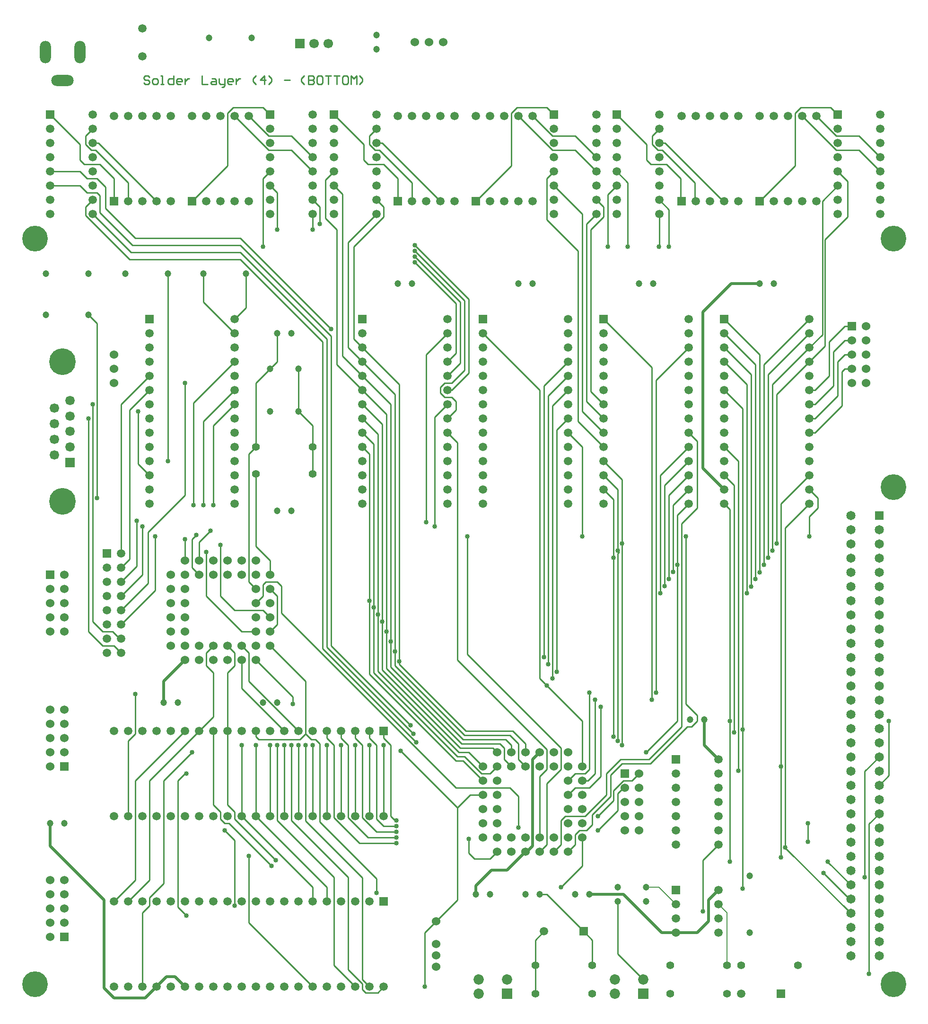
<source format=gbr>
From a29b4fd588d6f3136bfef0d5dc1ee40ead328b15 Mon Sep 17 00:00:00 2001
From: Nao Pross <naopross@thearcway.org>
Date: Tue, 23 May 2017 11:51:48 +0200
Subject: board complete, generate gerber (x2) files

this is probably the last commit before printing the PCB, unless there are some
other errors in the board design
---
 .../GerberX2/MainBoard_Copper_Signal_Bot.gbr       | 3128 ++++++++++++++++++++
 1 file changed, 3128 insertions(+)
 create mode 100644 hw/Project Outputs for z80uPC/GerberX2/MainBoard_Copper_Signal_Bot.gbr

(limited to 'hw/Project Outputs for z80uPC/GerberX2/MainBoard_Copper_Signal_Bot.gbr')

diff --git a/hw/Project Outputs for z80uPC/GerberX2/MainBoard_Copper_Signal_Bot.gbr b/hw/Project Outputs for z80uPC/GerberX2/MainBoard_Copper_Signal_Bot.gbr
new file mode 100644
index 0000000..f757133
--- /dev/null
+++ b/hw/Project Outputs for z80uPC/GerberX2/MainBoard_Copper_Signal_Bot.gbr	
@@ -0,0 +1,3128 @@
+G04 Layer_Physical_Order=4*
+G04 Layer_Color=16711680*
+%FSLAX26Y26*%
+%MOIN*%
+%TF.FileFunction,Copper,L4,Bot,Signal*%
+%TF.Part,Single*%
+G01*
+G75*
+%TA.AperFunction,Conductor*%
+%ADD10C,0.010000*%
+%ADD11C,0.007874*%
+%ADD12C,0.020000*%
+%TA.AperFunction,NonConductor*%
+%ADD14C,0.010000*%
+%TA.AperFunction,ComponentPad*%
+%ADD15O,0.078740X0.157480*%
+%ADD16O,0.157480X0.078740*%
+%ADD17C,0.187402*%
+%ADD18R,0.066535X0.066535*%
+%ADD19C,0.066535*%
+%ADD20C,0.055118*%
+%ADD21R,0.059055X0.059055*%
+%ADD22C,0.059055*%
+%ADD23C,0.047244*%
+%ADD24C,0.072835*%
+%ADD25R,0.072835X0.072835*%
+%ADD26R,0.059055X0.059055*%
+%ADD27C,0.059055*%
+%ADD28C,0.060000*%
+%ADD29R,0.060000X0.060000*%
+%ADD30R,0.059055X0.059055*%
+%ADD31R,0.059055X0.059055*%
+%ADD32C,0.064961*%
+%ADD33C,0.181102*%
+%ADD34R,0.064961X0.064961*%
+%ADD35R,0.066929X0.066929*%
+%ADD36C,0.066929*%
+%TA.AperFunction,ViaPad*%
+%ADD37C,0.181102*%
+%ADD38C,0.033465*%
+D10*
+X3850000Y900000D02*
+X4000000Y1050000D01*
+Y1250000D01*
+X1550000Y770000D02*
+Y1230000D01*
+X1480000Y1300000D02*
+X1550000Y1230000D01*
+X950000Y827614D02*
+X1050000Y927614D01*
+X950000Y770000D02*
+Y827614D01*
+X900000Y720000D02*
+X950000Y770000D01*
+X900000Y200000D02*
+Y720000D01*
+X3800000Y1150000D02*
+X3850000Y1200000D01*
+X3700000Y1150000D02*
+X3750000Y1200000D01*
+X3180000Y2000000D02*
+X3510000D01*
+X2710000Y2470000D02*
+X3180000Y2000000D01*
+X2710000Y2470000D02*
+Y2490000D01*
+X3170000Y1970000D02*
+X3490000D01*
+X2680000Y2460000D02*
+X3170000Y1970000D01*
+X2680000Y2460000D02*
+Y2560000D01*
+X3160000Y1940000D02*
+X3460000D01*
+X2650000Y2450000D02*
+X3160000Y1940000D01*
+X2650000Y2450000D02*
+Y2630000D01*
+X3140000Y1880000D02*
+X3370000D01*
+X2590000Y2430000D02*
+X3140000Y1880000D01*
+X2590000Y2430000D02*
+Y2770000D01*
+X3150000Y1910000D02*
+X3420000D01*
+X2620000Y2440000D02*
+X3150000Y1910000D01*
+X2620000Y2440000D02*
+Y2700000D01*
+X3510000Y2000000D02*
+X3600000Y1910000D01*
+X3200000Y1140000D02*
+Y1240000D01*
+Y1140000D02*
+X3240000Y1100000D01*
+X2680000Y1370000D02*
+X2690000D01*
+X2650000Y1400000D02*
+X2680000Y1370000D01*
+X2650000Y1400000D02*
+Y1900000D01*
+X2600000Y1330000D02*
+X2690000D01*
+X2550000Y1380000D02*
+X2600000Y1330000D01*
+X2450000Y1390000D02*
+X2550000Y1290000D01*
+X2690000D01*
+X2350000Y1390000D02*
+X2490000Y1250000D01*
+X2690000D01*
+X2250000Y1390000D02*
+X2430000Y1210000D01*
+X2690000D01*
+X3240000Y1100000D02*
+X3350000D01*
+X3400000Y1150000D01*
+X2550000Y1380000D02*
+Y1900000D01*
+X2250000Y1390000D02*
+Y1900000D01*
+X2350000Y1390000D02*
+Y1900000D01*
+X2450000Y1390000D02*
+Y1900000D01*
+X2200000Y1950000D02*
+X2250000Y1900000D01*
+X2200000Y1950000D02*
+Y2000000D01*
+X2300000Y1950000D02*
+X2350000Y1900000D01*
+X2300000Y1950000D02*
+Y2000000D01*
+X2400000Y1950000D02*
+X2450000Y1900000D01*
+X2400000Y1950000D02*
+Y2000000D01*
+X2500000Y1950000D02*
+X2550000Y1900000D01*
+X2500000Y1950000D02*
+Y2000000D01*
+X2600000Y1950000D02*
+X2650000Y1900000D01*
+X2600000Y1950000D02*
+Y2000000D01*
+X1510000Y1350000D02*
+X1810000Y1050000D01*
+X1550000Y1380000D02*
+X1840000Y1090000D01*
+X1600000Y1400000D02*
+X2100000Y900000D01*
+Y800000D02*
+Y900000D01*
+X2890000Y200000D02*
+Y580000D01*
+X2970000Y660000D01*
+X3120000Y810000D01*
+X1650000Y650000D02*
+Y1120000D01*
+Y650000D02*
+X2100000Y200000D01*
+X5430000Y1179055D02*
+Y3430000D01*
+X5600000Y3600000D01*
+X5400000D02*
+X5600000Y3800000D01*
+X5850000Y4550000D02*
+X5900000D01*
+X5830000Y4530000D02*
+X5850000Y4550000D01*
+X5830000Y4290000D02*
+Y4530000D01*
+X5850000Y4650000D02*
+X5900000D01*
+X5800000Y4600000D02*
+X5850000Y4650000D01*
+X5800000Y4360000D02*
+Y4600000D01*
+X5850000Y4750000D02*
+X5900000D01*
+X5770000Y4670000D02*
+X5850000Y4750000D01*
+X5770000Y4430000D02*
+Y4670000D01*
+X5850000Y4850000D02*
+X5900000D01*
+X5740000Y4740000D02*
+X5850000Y4850000D01*
+X5740000Y4500000D02*
+Y4740000D01*
+X5640000Y4100000D02*
+X5830000Y4290000D01*
+X5600000Y4100000D02*
+X5640000D01*
+Y4200000D02*
+X5800000Y4360000D01*
+X5600000Y4200000D02*
+X5640000D01*
+Y4300000D02*
+X5770000Y4430000D01*
+X5600000Y4300000D02*
+X5640000D01*
+Y4400000D02*
+X5740000Y4500000D01*
+X5600000Y4400000D02*
+X5640000D01*
+X5370000Y3320000D02*
+Y4370000D01*
+X5600000Y4600000D01*
+X5340000Y3270000D02*
+Y4440000D01*
+X5600000Y4700000D01*
+X5310000Y3220000D02*
+Y4510000D01*
+X5600000Y4800000D01*
+X5280000Y3170000D02*
+Y4580000D01*
+X5600000Y4900000D01*
+X5250000Y3120000D02*
+Y4650000D01*
+X5000000Y4900000D02*
+X5250000Y4650000D01*
+X5220000Y3070000D02*
+Y4580000D01*
+X5000000Y4800000D02*
+X5220000Y4580000D01*
+X5190000Y3020000D02*
+Y4510000D01*
+X5000000Y4700000D02*
+X5190000Y4510000D01*
+X5160000Y2970000D02*
+Y4440000D01*
+X5000000Y4600000D02*
+X5160000Y4440000D01*
+X5000000Y4400000D02*
+X5130000Y4270000D01*
+X5000000Y4000000D02*
+X5100000Y3900000D01*
+X4670000Y2070000D02*
+Y3170000D01*
+X4450000Y1850000D02*
+X4670000Y2070000D01*
+X4150000Y4900000D02*
+X4490000Y4560000D01*
+Y2220000D02*
+Y4560000D01*
+X4520000Y2270000D02*
+Y4470000D01*
+X4750000Y4700000D01*
+X4220000Y1510000D02*
+Y1580000D01*
+X4110000Y1400000D02*
+X4220000Y1510000D01*
+X4250000Y1560000D02*
+X4290000Y1600000D01*
+X4250000Y1440000D02*
+Y1560000D01*
+X4110000Y1300000D02*
+X4250000Y1440000D01*
+X4290000Y1650000D02*
+X4350000D01*
+X4220000Y1580000D02*
+X4290000Y1650000D01*
+Y1600000D02*
+X4300000D01*
+X4350000Y1650000D02*
+X4400000Y1700000D01*
+X4640000Y3590000D02*
+X4750000Y3700000D01*
+X4640000Y3120000D02*
+Y3590000D01*
+X4670000Y3520000D02*
+X4750000Y3600000D01*
+X4670000Y3170000D02*
+Y3520000D01*
+X4550000Y3800000D02*
+X4750000Y4000000D01*
+X4550000Y2970000D02*
+Y3800000D01*
+X4580000Y3020000D02*
+Y3730000D01*
+X4750000Y3900000D01*
+X4610000Y3070000D02*
+Y3660000D01*
+X4750000Y3800000D01*
+X4280000Y3320000D02*
+Y3770000D01*
+X4150000Y3900000D02*
+X4280000Y3770000D01*
+X4150000Y3800000D02*
+X4250000Y3700000D01*
+Y3270000D02*
+Y3700000D01*
+X4220000Y3220000D02*
+Y3630000D01*
+X4150000Y3700000D02*
+X4220000Y3630000D01*
+X1480000Y1350000D02*
+X1510000D01*
+X1450000Y1380000D02*
+X1480000Y1350000D01*
+X1450000Y1380000D02*
+Y1430000D01*
+X1400000Y1480000D02*
+X1450000Y1430000D01*
+X1400000Y1480000D02*
+Y2000000D01*
+X2550000Y860000D02*
+Y960000D01*
+X2150000Y1360000D02*
+X2550000Y960000D01*
+X2150000Y1360000D02*
+Y1910000D01*
+X2120000Y1940000D02*
+X2150000Y1910000D01*
+X2090000Y1940000D02*
+X2120000D01*
+X2050000Y1980000D02*
+X2090000Y1940000D01*
+X2559567Y159567D02*
+X2600000Y200000D01*
+X2470433Y159567D02*
+X2559567D01*
+X2450000Y180000D02*
+X2470433Y159567D01*
+X2450000Y180000D02*
+Y220000D01*
+X2350000Y320000D02*
+X2450000Y220000D01*
+X2350000Y320000D02*
+Y970000D01*
+X2450000Y250000D02*
+X2500000Y200000D01*
+X2450000Y250000D02*
+Y969134D01*
+X2050000Y1369134D02*
+X2450000Y969134D01*
+X2050000Y1369134D02*
+Y1900000D01*
+X1950000Y1370000D02*
+X2350000Y970000D01*
+X1950000Y1370000D02*
+Y1900000D01*
+X2250000Y350000D02*
+X2400000Y200000D01*
+X2250000Y350000D02*
+Y970000D01*
+X1850000Y1370000D02*
+X2250000Y970000D01*
+X1850000Y1370000D02*
+Y1900000D01*
+X800000Y800000D02*
+X950000Y950000D01*
+Y1650000D01*
+X1300000Y2000000D01*
+X850000Y1650000D02*
+X1200000Y2000000D01*
+X850000Y950000D02*
+Y1650000D01*
+X700000Y800000D02*
+X850000Y950000D01*
+X4850000Y1090000D02*
+X4960000Y1200000D01*
+X4850000Y730000D02*
+Y1090000D01*
+X4250000Y430000D02*
+X4430000Y250000D01*
+X4250000Y430000D02*
+Y800000D01*
+X3749764Y850000D02*
+X4009764Y590000D01*
+X3700000Y850000D02*
+X3749764D01*
+X4070000Y350000D02*
+Y529764D01*
+X4009764Y590000D02*
+X4070000Y529764D01*
+X3670000Y150000D02*
+Y350000D01*
+Y529764D02*
+X3730236Y590000D01*
+X3670000Y350000D02*
+Y529764D01*
+X1800000Y3100000D02*
+Y3200000D01*
+X1700000Y3300000D02*
+X1800000Y3200000D01*
+X1700000Y3300000D02*
+Y3810000D01*
+X2100000D02*
+Y4000000D01*
+X1800000Y4550000D02*
+X1850000Y4600000D01*
+Y4800000D01*
+X1700000Y4450000D02*
+X1800000Y4550000D01*
+X1700000Y4000000D02*
+Y4450000D01*
+X2100000Y4000000D02*
+Y4150000D01*
+X2000000Y4250000D02*
+X2100000Y4150000D01*
+X1080000Y3900000D02*
+Y5220000D01*
+X1550000Y4900000D02*
+X1630000Y4980000D01*
+Y5220000D01*
+X1330000Y5020000D02*
+X1550000Y4800000D01*
+X1330000Y5020000D02*
+Y5220000D01*
+X580000Y3640000D02*
+Y4870000D01*
+X520000Y4930000D02*
+X580000Y4870000D01*
+X2960000Y4210000D02*
+X3050000Y4300000D01*
+X2960000Y3440000D02*
+Y4210000D01*
+X2900000Y4650000D02*
+X3050000Y4800000D01*
+X2900000Y3470000D02*
+Y4650000D01*
+X3600000Y1150000D02*
+X3610000D01*
+X1720000Y1940000D02*
+X2010000D01*
+X1700000Y1960000D02*
+X1720000Y1940000D01*
+X1700000Y1960000D02*
+Y2000000D01*
+X1800000Y2600000D02*
+X2050000Y2350000D01*
+Y1980000D02*
+Y2350000D01*
+X2010000Y1940000D02*
+X2050000Y1980000D01*
+X1700000Y2500000D02*
+X1960000Y2240000D01*
+Y2192500D02*
+Y2240000D01*
+X1650000Y2350000D02*
+X2000000Y2000000D01*
+X1650000Y2350000D02*
+Y2550000D01*
+X1600000Y2600000D02*
+X1650000Y2550000D01*
+X1600000Y2300000D02*
+Y2500000D01*
+Y2300000D02*
+X1900000Y2000000D01*
+X1350000Y2460000D02*
+Y2550000D01*
+Y2460000D02*
+X1400000Y2410000D01*
+Y2100000D02*
+Y2410000D01*
+X1300000Y2000000D02*
+X1400000Y2100000D01*
+X1500000Y2000000D02*
+Y2410000D01*
+X1550000Y2460000D01*
+Y2550000D01*
+X1500000Y2600000D02*
+X1550000Y2550000D01*
+X1350000D02*
+X1400000Y2600000D01*
+X2200000Y800000D02*
+Y900000D01*
+X1700000Y1400000D02*
+X2200000Y900000D01*
+X1600000Y1400000D02*
+Y1900000D01*
+X1700000Y1400000D02*
+Y1900000D01*
+X1800000Y1400000D02*
+Y1900000D01*
+X1900000Y1400000D02*
+Y1900000D01*
+X2000000Y1400000D02*
+Y1900000D01*
+X2100000Y1400000D02*
+Y1900000D01*
+X2200000Y1400000D02*
+Y1900000D01*
+X2300000Y1400000D02*
+Y1900000D01*
+X2400000Y1400000D02*
+Y1900000D01*
+X2500000Y1400000D02*
+Y1900000D01*
+X2600000Y1400000D02*
+Y1900000D01*
+X3700000Y2370000D02*
+Y4400000D01*
+X3300000Y4800000D02*
+X3700000Y4400000D01*
+X3730000Y2520000D02*
+Y4430000D01*
+X3900000Y4600000D01*
+X3760000Y2470000D02*
+Y4360000D01*
+X3900000Y4500000D01*
+X3110000Y1790000D02*
+X3160000D01*
+X3300000Y1650000D01*
+X2530000Y2410000D02*
+X3120000Y1820000D01*
+X3170000D01*
+X3290000Y1700000D01*
+X3350000D01*
+X3400000Y1750000D01*
+X3200000Y1850000D02*
+X3300000Y1750000D01*
+X3130000Y1850000D02*
+X3200000D01*
+X2560000Y2420000D02*
+X3130000Y1850000D01*
+X3370000Y1880000D02*
+X3400000Y1850000D01*
+X3490000Y1970000D02*
+X3550000Y1910000D01*
+X3460000Y1940000D02*
+X3500000Y1900000D01*
+X3600000Y1850000D02*
+Y1910000D01*
+X3550000Y1800000D02*
+X3600000Y1750000D01*
+X3550000Y1800000D02*
+Y1910000D01*
+X3500000Y1850000D02*
+Y1900000D01*
+X3450000Y1800000D02*
+X3500000Y1750000D01*
+X3450000Y1800000D02*
+Y1880000D01*
+X3420000Y1910000D02*
+X3450000Y1880000D01*
+X2560000Y2420000D02*
+Y2820000D01*
+X2530000Y2410000D02*
+Y2870000D01*
+X2500000Y2400000D02*
+Y2918504D01*
+X2680000Y2560000D02*
+Y4370000D01*
+X2650000Y2630000D02*
+Y4300000D01*
+X2710000Y2490000D02*
+Y4440000D01*
+X2450000Y4700000D02*
+X2710000Y4440000D01*
+X2450000Y4600000D02*
+X2680000Y4370000D01*
+X2450000Y4500000D02*
+X2650000Y4300000D01*
+X2620000Y2700000D02*
+Y4230000D01*
+X2450000Y4400000D02*
+X2620000Y4230000D01*
+X2590000Y2770000D02*
+Y4160000D01*
+X2450000Y4300000D02*
+X2590000Y4160000D01*
+X2450000Y4100000D02*
+X2530000Y4020000D01*
+Y2870000D02*
+Y4020000D01*
+X2560000Y2820000D02*
+Y4090000D01*
+X2450000Y4200000D02*
+X2560000Y4090000D01*
+X2500000Y2918504D02*
+Y3950000D01*
+X2450000Y4000000D02*
+X2500000Y3950000D01*
+X3790000Y2370000D02*
+Y4290000D01*
+X3900000Y4400000D01*
+X3820000Y2418504D02*
+Y4120000D01*
+X3900000Y4200000D01*
+X1600000Y2700000D02*
+X1700000D01*
+X1350000Y2950000D02*
+X1600000Y2700000D01*
+X1350000Y2950000D02*
+Y3260000D01*
+X1550000Y2850000D02*
+X1750000D01*
+X1450000Y2950000D02*
+X1550000Y2850000D01*
+X1450000Y2950000D02*
+Y3310000D01*
+X1750000Y2850000D02*
+X1800000Y2800000D01*
+X750000Y3250000D02*
+Y4300000D01*
+X950000Y4500000D01*
+X810000Y4260000D02*
+X950000Y4400000D01*
+X810000Y3210000D02*
+Y4260000D01*
+X750000Y3150000D02*
+X810000Y3210000D01*
+X750000Y3050000D02*
+X860000Y3160000D01*
+Y3480000D01*
+X1260000Y3590000D02*
+Y4310000D01*
+X1550000Y4600000D01*
+X1330000Y3590000D02*
+Y4180000D01*
+X1550000Y4400000D01*
+X900000Y3100000D02*
+Y3440000D01*
+X750000Y2950000D02*
+X900000Y3100000D01*
+X750000Y2850000D02*
+X940000Y3040000D01*
+Y3400000D01*
+X1200000Y3660000D01*
+Y4450000D01*
+X740000Y2650000D02*
+X750000D01*
+X690000Y2700000D02*
+X740000Y2650000D01*
+X620000Y2700000D02*
+X690000D01*
+X700000Y2600000D02*
+X750000Y2550000D01*
+X550000Y2770000D02*
+Y4300000D01*
+Y2770000D02*
+X620000Y2700000D01*
+X520000D02*
+Y4200000D01*
+Y2700000D02*
+X620000Y2600000D01*
+X700000D01*
+X750000Y2750000D02*
+X990000Y2990000D01*
+Y3370000D01*
+X1400000Y3590000D02*
+Y4150000D01*
+X1550000Y4300000D01*
+X870000Y3880000D02*
+Y4250000D01*
+Y3880000D02*
+X950000Y3800000D01*
+X4241762Y6340000D02*
+X4451762Y6130000D01*
+Y6020000D02*
+Y6130000D01*
+Y6020000D02*
+X4481762Y5990000D01*
+X4691762Y5730000D02*
+Y5890000D01*
+X4591762Y5990000D02*
+X4691762Y5890000D01*
+X4481762Y5990000D02*
+X4591762D01*
+X4791762Y5730000D02*
+Y5860000D01*
+X4561762Y6090000D02*
+X4791762Y5860000D01*
+X4531762Y6090000D02*
+X4561762D01*
+X4491762Y6130000D02*
+X4531762Y6090000D01*
+X4491762Y6130000D02*
+Y6190000D01*
+X4541762Y6240000D01*
+X4581762Y6140000D02*
+X4991762Y5730000D01*
+X4541762Y6140000D02*
+X4581762D01*
+X2390000Y4760000D02*
+X2450000Y4700000D01*
+X2390000Y4760000D02*
+Y5410000D01*
+X2350000Y4700000D02*
+X2450000Y4600000D01*
+X2310000Y4640000D02*
+X2450000Y4500000D01*
+X2310000Y4640000D02*
+Y5780000D01*
+X2270000Y4580000D02*
+X2450000Y4400000D01*
+X2270000Y4580000D02*
+Y5530000D01*
+X2190000Y5610000D02*
+X2270000Y5530000D01*
+X2190000Y5610000D02*
+Y5880000D01*
+X2250000Y5940000D01*
+Y5840000D02*
+X2310000Y5780000D01*
+X2390000Y5410000D02*
+X2600000Y5620000D01*
+Y5690000D01*
+X2550000Y5740000D02*
+X2600000Y5690000D01*
+X2350000Y4700000D02*
+Y5440000D01*
+X2550000Y5640000D01*
+X550000Y6140000D02*
+X590000D01*
+X1000000Y5730000D01*
+X500000Y6190000D02*
+X550000Y6240000D01*
+X500000Y6130000D02*
+Y6190000D01*
+Y6130000D02*
+X540000Y6090000D01*
+X570000D01*
+X800000Y5860000D01*
+Y5730000D02*
+Y5860000D01*
+X490000Y5990000D02*
+X600000D01*
+X700000Y5890000D01*
+Y5730000D02*
+Y5890000D01*
+X460000Y6020000D02*
+X490000Y5990000D01*
+X460000Y6020000D02*
+Y6130000D01*
+X250000Y6340000D02*
+X460000Y6130000D01*
+X2550000Y6140000D02*
+X2590000D01*
+X3000000Y5730000D01*
+X2500000Y6190000D02*
+X2550000Y6240000D01*
+X2500000Y6130000D02*
+Y6190000D01*
+Y6130000D02*
+X2540000Y6090000D01*
+X2570000D01*
+X2800000Y5860000D01*
+Y5730000D02*
+Y5860000D01*
+X2490000Y5990000D02*
+X2600000D01*
+X2700000Y5890000D01*
+Y5730000D02*
+Y5890000D01*
+X2460000Y6020000D02*
+X2490000Y5990000D01*
+X2460000Y6020000D02*
+Y6130000D01*
+X2250000Y6340000D02*
+X2460000Y6130000D01*
+X1650000Y6330000D02*
+X1790000Y6190000D01*
+X1950000D01*
+X2100000Y6040000D01*
+X1550000Y6330000D02*
+X1790000Y6090000D01*
+X1950000D01*
+X2100000Y5940000D01*
+X1750000Y6390000D02*
+X1800000Y6340000D01*
+X1540000Y6390000D02*
+X1750000D01*
+X1500000Y6350000D02*
+X1540000Y6390000D01*
+X1500000Y5980000D02*
+Y6350000D01*
+X1250000Y5730000D02*
+X1500000Y5980000D01*
+X3650000Y6330000D02*
+X3790000Y6190000D01*
+X3950000D01*
+X4100000Y6040000D01*
+X3550000Y6330000D02*
+X3790000Y6090000D01*
+X3950000D01*
+X4100000Y5940000D01*
+X3750000Y6390000D02*
+X3800000Y6340000D01*
+X3540000Y6390000D02*
+X3750000D01*
+X3500000Y6350000D02*
+X3540000Y6390000D01*
+X3500000Y5980000D02*
+Y6350000D01*
+X3250000Y5730000D02*
+X3500000Y5980000D01*
+X5650000Y6330000D02*
+X5790000Y6190000D01*
+X5950000D01*
+X6100000Y6040000D01*
+X5550000Y6330000D02*
+X5790000Y6090000D01*
+X5950000D01*
+X6100000Y5940000D01*
+X5750000Y6390000D02*
+X5800000Y6340000D01*
+X5540000Y6390000D02*
+X5750000D01*
+X5500000Y6350000D02*
+X5540000Y6390000D01*
+X5500000Y5980000D02*
+Y6350000D01*
+X5250000Y5730000D02*
+X5500000Y5980000D01*
+X3050000Y4600000D02*
+X3110000Y4660000D01*
+X3050000Y4500000D02*
+X3140000Y4590000D01*
+X3050000Y4200000D02*
+X3110000Y4260000D01*
+Y4320000D01*
+X3080000Y4350000D02*
+X3110000Y4320000D01*
+X3080000Y4450000D02*
+X3170000Y4540000D01*
+X3030000Y4350000D02*
+X3080000D01*
+X3000000Y4380000D02*
+X3030000Y4350000D01*
+X3000000Y4380000D02*
+Y4420000D01*
+X3030000Y4450000D01*
+X3080000D01*
+X3050000Y4400000D02*
+X3080000D01*
+X3200000Y4520000D01*
+X2100000Y5740000D02*
+X2150000Y5690000D01*
+Y5570000D02*
+Y5690000D01*
+X2100000Y5530000D02*
+Y5640000D01*
+X3170000Y4540000D02*
+Y5030000D01*
+X3140000Y4590000D02*
+Y5020000D01*
+X3110000Y4660000D02*
+Y5010000D01*
+X3200000Y4520000D02*
+Y5040000D01*
+X2820000Y5380000D02*
+X3170000Y5030000D01*
+X2820000Y5340000D02*
+X3140000Y5020000D01*
+X2820000Y5300000D02*
+X3110000Y5010000D01*
+X1800000Y5840000D02*
+X1850000Y5790000D01*
+Y5530000D02*
+Y5790000D01*
+X2820000Y5420000D02*
+X3200000Y5040000D01*
+X4100000Y5740000D02*
+X4150000Y5690000D01*
+X3750000Y5600000D02*
+Y5890000D01*
+X3800000Y5940000D01*
+X4320000Y5410000D02*
+Y5861762D01*
+X4241762Y5940000D02*
+X4320000Y5861762D01*
+X4180000Y5778238D02*
+X4241762Y5840000D01*
+X4541762Y5740000D02*
+X4610000Y5671762D01*
+X5600000Y4600000D02*
+X5710000Y4710000D01*
+Y5460000D01*
+X5870000Y5620000D01*
+Y5870000D01*
+X5800000Y5940000D02*
+X5870000Y5870000D01*
+X5600000Y4700000D02*
+X5690433Y4790433D01*
+Y5730433D01*
+X5800000Y5840000D01*
+X3970000Y4180000D02*
+X4150000Y4000000D01*
+X3970000Y4180000D02*
+Y5380000D01*
+X3750000Y5600000D02*
+X3970000Y5380000D01*
+X4000000Y4250000D02*
+X4150000Y4100000D01*
+X4000000Y4250000D02*
+Y5640000D01*
+X3800000Y5840000D02*
+X4000000Y5640000D01*
+X4030000Y4320000D02*
+X4150000Y4200000D01*
+X4030000Y4320000D02*
+Y5570000D01*
+X4100000Y5640000D01*
+X4060000Y4390000D02*
+X4150000Y4300000D01*
+X4060000Y4390000D02*
+Y5530000D01*
+X4150000Y5620000D01*
+Y5690000D01*
+X4020000Y1700000D02*
+X4050000Y1730000D01*
+X4000000Y1650000D02*
+X4040000D01*
+X4090000Y1700000D01*
+X4050000Y1600000D02*
+X4130000Y1680000D01*
+X4250000Y3270000D02*
+X4260000Y3260000D01*
+X4250000Y3250000D02*
+X4260000Y3260000D01*
+X4050000Y1730000D02*
+Y2270000D01*
+X4090000Y1700000D02*
+Y2220000D01*
+X4130000Y1680000D02*
+Y2170000D01*
+X4220000Y1960000D02*
+Y3220000D01*
+X4250000Y1930000D02*
+Y3250000D01*
+X4280000Y1900000D02*
+Y3320000D01*
+X3900000Y1650000D02*
+X3950000Y1700000D01*
+X3900000Y1550000D02*
+X3950000Y1600000D01*
+X4050000D01*
+X3950000Y1700000D02*
+X4020000D01*
+X3700000Y2370000D02*
+X3750000Y2320000D01*
+X4000000Y2070000D01*
+Y1750000D02*
+Y2070000D01*
+X1050000Y927614D02*
+Y1650000D01*
+X1250000Y1850000D01*
+X800000Y1400000D02*
+Y1930000D01*
+X850000Y1980000D01*
+Y2260000D01*
+X1150000Y760000D02*
+X1210000Y700000D01*
+X1150000Y760000D02*
+Y1650000D01*
+X1200000Y1700000D01*
+X1210000D01*
+X1500000Y1480000D02*
+Y2000000D01*
+Y1480000D02*
+X1550000Y1430000D01*
+Y1380000D02*
+Y1430000D01*
+X1250000Y3150000D02*
+X1300000Y3100000D01*
+X1200000Y3200000D02*
+Y3350000D01*
+X1300000Y3200000D02*
+Y3330000D01*
+X1380000Y3410000D01*
+X1250000Y3150000D02*
+Y3350000D01*
+X1270000Y3370000D01*
+X1280000D01*
+X5130000Y2010000D02*
+Y4270000D01*
+X5100000Y1720000D02*
+Y3900000D01*
+X5590000Y1220000D02*
+Y1350000D01*
+X550000Y5640000D02*
+X820000Y5370000D01*
+X500000Y5690000D02*
+X550000Y5740000D01*
+X500000Y5630000D02*
+Y5690000D01*
+Y5630000D02*
+X810000Y5320000D01*
+X250000Y5840000D02*
+X460000D01*
+X510000Y5790000D01*
+X580000D01*
+X600000Y5770000D01*
+Y5650000D02*
+Y5770000D01*
+X250000Y5940000D02*
+X460000D01*
+X510000Y5890000D01*
+X580000D01*
+X640000Y5830000D01*
+Y5680000D02*
+Y5830000D01*
+X810000Y5320000D02*
+X1590000D01*
+X2170000Y4740000D01*
+X600000Y5650000D02*
+X830000Y5420000D01*
+X640000Y5680000D02*
+X850000Y5470000D01*
+X820000Y5370000D02*
+X1590000D01*
+X830000Y5420000D02*
+X1590000D01*
+X850000Y5470000D02*
+X1590000D01*
+Y5370000D02*
+X2200000Y4760000D01*
+X1590000Y5420000D02*
+X2230000Y4780000D01*
+X1590000Y5470000D02*
+X2230000Y4830000D01*
+X5990000Y1717953D02*
+X6090551Y1818504D01*
+X5881496Y818504D02*
+X5890551D01*
+X6020000Y1347953D02*
+X6090551Y1418504D01*
+X5400000Y1750000D02*
+Y3600000D01*
+X5700000Y1000000D02*
+X5881496Y818504D01*
+X6020000Y290000D02*
+Y1347953D01*
+X5990000Y970000D02*
+Y1717953D01*
+X5730000Y1079055D02*
+Y1080000D01*
+Y1079055D02*
+X5890551Y918504D01*
+X5400000Y1110000D02*
+Y1750000D01*
+X5430000Y1179055D02*
+X5890551Y718504D01*
+X5000000Y3800000D02*
+X5070000Y3730000D01*
+Y1990000D02*
+Y3730000D01*
+X5040000Y2070236D02*
+Y3560000D01*
+Y1080000D02*
+Y2070236D01*
+X6160000Y1687953D02*
+Y2070000D01*
+X6090551Y1618504D02*
+X6160000Y1687953D01*
+X3700000Y1250000D02*
+Y1680000D01*
+X3750000Y1730000D01*
+Y1870000D01*
+X3120000Y2500000D02*
+X3750000Y1870000D01*
+X3120000Y2500000D02*
+Y4030000D01*
+X3050000Y4100000D02*
+X3120000Y4030000D01*
+X3750000Y1200000D02*
+Y1630000D01*
+X3850000Y1730000D01*
+X4000000Y3370000D02*
+Y4000000D01*
+X3900000Y4100000D02*
+X4000000Y4000000D01*
+X3850000Y1730000D02*
+Y1880000D01*
+X3190000Y2540000D02*
+X3850000Y1880000D01*
+X3190000Y2540000D02*
+Y3370000D01*
+X3550000Y1320000D02*
+Y1540000D01*
+X3490000Y1600000D02*
+X3550000Y1540000D01*
+X2720000Y1860000D02*
+X3120000Y1460000D01*
+X3210000Y1550000D02*
+X3300000D01*
+X3120000Y810000D02*
+Y1460000D01*
+X3210000Y1550000D01*
+X1700000Y2900000D02*
+X1750000Y2950000D01*
+X3850000Y1200000D02*
+Y1370000D01*
+X3880000Y1400000D01*
+X4020000D01*
+X4170000Y1550000D01*
+Y1700000D01*
+X4270000Y1800000D01*
+X4810000Y3570000D02*
+Y4040000D01*
+X4750000Y4100000D02*
+X4810000Y4040000D01*
+X4700000Y3460000D02*
+X4810000Y3570000D01*
+X4270000Y1800000D02*
+X4470000D01*
+X4700000Y2030000D01*
+Y3460000D01*
+X3900000Y1150000D02*
+X3950000Y1200000D01*
+Y1270000D01*
+X3980000Y1300000D01*
+X4030000D01*
+X4070000Y1340000D01*
+Y1410000D01*
+X4200000Y1540000D01*
+Y1690000D01*
+X4280000Y1770000D01*
+X4480000D01*
+X4740000Y2030000D01*
+X4770000D01*
+X4810000Y2070000D01*
+Y2110000D01*
+X4730000Y2190000D02*
+X4810000Y2110000D01*
+X4730000Y2190000D02*
+Y3370000D01*
+X5600000D02*
+Y3510000D01*
+X5660000Y3570000D01*
+Y3640000D01*
+X5600000Y3700000D02*
+X5660000Y3640000D01*
+X5000000Y3600000D02*
+X5040000Y3560000D01*
+X1750000Y5410000D02*
+Y5890000D01*
+X1800000Y5940000D01*
+X1750000Y2950000D02*
+Y3030000D01*
+X1770000Y3050000D01*
+X1850000D01*
+X1800000Y3000000D02*
+X1850000Y2950000D01*
+Y2750000D02*
+Y2950000D01*
+X1800000Y2700000D02*
+X1850000Y2750000D01*
+Y3050000D02*
+X1880000Y3020000D01*
+X5130000Y890000D02*
+Y2010000D01*
+X4180000Y5410000D02*
+Y5778238D01*
+X4541762Y5401762D02*
+Y5640000D01*
+X4540000Y5403523D02*
+X4541762Y5401762D01*
+X4540000Y5403523D02*
+Y5410000D01*
+X4610000D02*
+Y5671762D01*
+X1650000Y3050000D02*
+X1700000Y3000000D01*
+X1650000Y3050000D02*
+Y3950000D01*
+X1700000Y4000000D01*
+X2000000Y4250000D02*
+Y4550000D01*
+X2500000Y2400000D02*
+X3110000Y1790000D01*
+X2170000Y2580000D02*
+Y4740000D01*
+X2230000Y2600000D02*
+Y4780000D01*
+Y2600000D02*
+X2790000Y2040000D01*
+X2200000Y2590000D02*
+Y4760000D01*
+X1880000Y2830000D02*
+Y3020000D01*
+Y2830000D02*
+X3110000Y1600000D01*
+X3490000D01*
+X2200000Y2590000D02*
+X2810000Y1980000D01*
+X2170000Y2580000D02*
+X2830000Y1920000D01*
+D11*
+X4540000Y900000D02*
+X4660000Y780000D01*
+X4450000Y900000D02*
+X4540000D01*
+X5020000Y350000D02*
+Y720000D01*
+X4960000Y780000D02*
+X5020000Y720000D01*
+D12*
+X3650000Y1800000D02*
+X3700000Y1850000D01*
+X3650000Y1190000D02*
+Y1800000D01*
+X3610000Y1150000D02*
+X3650000Y1190000D01*
+X1050000Y2200000D02*
+Y2350000D01*
+X1200000Y2500000D01*
+X630000Y190000D02*
+X700000Y120000D01*
+X920000D01*
+X1000000Y200000D01*
+X4890000Y810000D02*
+X4960000Y880000D01*
+X4660000Y580000D02*
+X4810000D01*
+X4890000Y660000D01*
+Y810000D01*
+X4050000Y850000D02*
+X4290000D01*
+X4560000Y580000D01*
+X4660000D01*
+X4860000Y1900000D02*
+X4960000Y1800000D01*
+X4860000Y1900000D02*
+Y2080000D01*
+X5050000Y5150000D02*
+X5250000D01*
+X4850000Y4950000D02*
+X5050000Y5150000D01*
+X4850000Y3850000D02*
+Y4950000D01*
+Y3850000D02*
+X5000000Y3700000D01*
+X3250000Y850000D02*
+Y910000D01*
+X3360000Y1020000D01*
+X3470000D01*
+X3600000Y1150000D01*
+X1000000Y200000D02*
+X1070000Y270000D01*
+X1130000D01*
+X1200000Y200000D01*
+X630000Y190000D02*
+Y810000D01*
+X250000Y1190000D02*
+X630000Y810000D01*
+X250000Y1190000D02*
+Y1350000D01*
+D14*
+X949987Y6604984D02*
+X939990Y6614981D01*
+X919997D01*
+X910000Y6604984D01*
+Y6594987D01*
+X919997Y6584990D01*
+X939990D01*
+X949987Y6574993D01*
+Y6564997D01*
+X939990Y6555000D01*
+X919997D01*
+X910000Y6564997D01*
+X979977Y6555000D02*
+X999971D01*
+X1009968Y6564997D01*
+Y6584990D01*
+X999971Y6594987D01*
+X979977D01*
+X969981Y6584990D01*
+Y6564997D01*
+X979977Y6555000D01*
+X1029961D02*
+X1049955D01*
+X1039958D01*
+Y6614981D01*
+X1029961D01*
+X1119932D02*
+Y6555000D01*
+X1089942D01*
+X1079945Y6564997D01*
+Y6584990D01*
+X1089942Y6594987D01*
+X1119932D01*
+X1169916Y6555000D02*
+X1149922D01*
+X1139926Y6564997D01*
+Y6584990D01*
+X1149922Y6594987D01*
+X1169916D01*
+X1179913Y6584990D01*
+Y6574993D01*
+X1139926D01*
+X1199906Y6594987D02*
+Y6555000D01*
+Y6574993D01*
+X1209903Y6584990D01*
+X1219900Y6594987D01*
+X1229897D01*
+X1319867Y6614981D02*
+Y6555000D01*
+X1359854D01*
+X1389845Y6594987D02*
+X1409838D01*
+X1419835Y6584990D01*
+Y6555000D01*
+X1389845D01*
+X1379848Y6564997D01*
+X1389845Y6574993D01*
+X1419835D01*
+X1439829Y6594987D02*
+Y6564997D01*
+X1449825Y6555000D01*
+X1479816D01*
+Y6545003D01*
+X1469819Y6535007D01*
+X1459822D01*
+X1479816Y6555000D02*
+Y6594987D01*
+X1529800Y6555000D02*
+X1509806D01*
+X1499809Y6564997D01*
+Y6584990D01*
+X1509806Y6594987D01*
+X1529800D01*
+X1539796Y6584990D01*
+Y6574993D01*
+X1499809D01*
+X1559790Y6594987D02*
+Y6555000D01*
+Y6574993D01*
+X1569787Y6584990D01*
+X1579783Y6594987D01*
+X1589780D01*
+X1699745Y6555000D02*
+X1679751Y6574993D01*
+Y6594987D01*
+X1699745Y6614981D01*
+X1759725Y6555000D02*
+Y6614981D01*
+X1729735Y6584990D01*
+X1769722D01*
+X1789715Y6555000D02*
+X1809709Y6574993D01*
+Y6594987D01*
+X1789715Y6614981D01*
+X1899680Y6584990D02*
+X1939667D01*
+X2039634Y6555000D02*
+X2019641Y6574993D01*
+Y6594987D01*
+X2039634Y6614981D01*
+X2069625D02*
+Y6555000D01*
+X2099615D01*
+X2109612Y6564997D01*
+Y6574993D01*
+X2099615Y6584990D01*
+X2069625D01*
+X2099615D01*
+X2109612Y6594987D01*
+Y6604984D01*
+X2099615Y6614981D01*
+X2069625D01*
+X2159596D02*
+X2139602D01*
+X2129605Y6604984D01*
+Y6564997D01*
+X2139602Y6555000D01*
+X2159596D01*
+X2169593Y6564997D01*
+Y6604984D01*
+X2159596Y6614981D01*
+X2189586D02*
+X2229573D01*
+X2209579D01*
+Y6555000D01*
+X2249567Y6614981D02*
+X2289554D01*
+X2269560D01*
+Y6555000D01*
+X2339537Y6614981D02*
+X2319544D01*
+X2309547Y6604984D01*
+Y6564997D01*
+X2319544Y6555000D01*
+X2339537D01*
+X2349534Y6564997D01*
+Y6604984D01*
+X2339537Y6614981D01*
+X2369528Y6555000D02*
+Y6614981D01*
+X2389521Y6594987D01*
+X2409515Y6614981D01*
+Y6555000D01*
+X2429508D02*
+X2449502Y6574993D01*
+Y6594987D01*
+X2429508Y6614981D01*
+D15*
+X215276Y6780630D02*
+D03*
+X459370Y6780787D02*
+D03*
+D16*
+X335000Y6580000D02*
+D03*
+D17*
+X334016Y4601929D02*
+D03*
+Y3618071D02*
+D03*
+D18*
+X389921Y3891890D02*
+D03*
+D19*
+X278110Y3946417D02*
+D03*
+X389921Y4000945D02*
+D03*
+X278110Y4055472D02*
+D03*
+X389921Y4110000D02*
+D03*
+X278110Y4164528D02*
+D03*
+X389921Y4219055D02*
+D03*
+X278110Y4273583D02*
+D03*
+X389921Y4328110D02*
+D03*
+D20*
+X3670000Y150000D02*
+D03*
+X4070000D02*
+D03*
+X5020000D02*
+D03*
+X4620000D02*
+D03*
+X3670000Y350000D02*
+D03*
+X4070000D02*
+D03*
+X5020000D02*
+D03*
+X4620000D02*
+D03*
+X5520000D02*
+D03*
+X5120000D02*
+D03*
+X2100000Y4000000D02*
+D03*
+X1700000D02*
+D03*
+X2100000Y3810000D02*
+D03*
+X1700000D02*
+D03*
+D21*
+X5399764Y150000D02*
+D03*
+X4009764Y590000D02*
+D03*
+X950000Y4900000D02*
+D03*
+D22*
+X5120236Y150000D02*
+D03*
+X5350000Y5730000D02*
+D03*
+X5450000D02*
+D03*
+X5550000D02*
+D03*
+X5650000D02*
+D03*
+X5250000Y6330000D02*
+D03*
+X5350000D02*
+D03*
+X5450000D02*
+D03*
+X5550000D02*
+D03*
+X5650000D02*
+D03*
+X4800000Y5730000D02*
+D03*
+X4900000D02*
+D03*
+X5000000D02*
+D03*
+X5100000D02*
+D03*
+X4700000Y6330000D02*
+D03*
+X4800000D02*
+D03*
+X4900000D02*
+D03*
+X5000000D02*
+D03*
+X5100000D02*
+D03*
+X1350000Y5730000D02*
+D03*
+X1450000D02*
+D03*
+X1550000D02*
+D03*
+X1650000D02*
+D03*
+X1250000Y6330000D02*
+D03*
+X1350000D02*
+D03*
+X1450000D02*
+D03*
+X1550000D02*
+D03*
+X1650000D02*
+D03*
+X800000Y5730000D02*
+D03*
+X900000D02*
+D03*
+X1000000D02*
+D03*
+X1100000D02*
+D03*
+X700000Y6330000D02*
+D03*
+X800000D02*
+D03*
+X900000D02*
+D03*
+X1000000D02*
+D03*
+X1100000D02*
+D03*
+X3350000Y5730000D02*
+D03*
+X3450000D02*
+D03*
+X3550000D02*
+D03*
+X3650000D02*
+D03*
+X3250000Y6330000D02*
+D03*
+X3350000D02*
+D03*
+X3450000D02*
+D03*
+X3550000D02*
+D03*
+X3650000D02*
+D03*
+X2800000Y5730000D02*
+D03*
+X2900000D02*
+D03*
+X3000000D02*
+D03*
+X3100000D02*
+D03*
+X2700000Y6330000D02*
+D03*
+X2800000D02*
+D03*
+X2900000D02*
+D03*
+X3000000D02*
+D03*
+X3100000D02*
+D03*
+X3730236Y590000D02*
+D03*
+X750000Y3250000D02*
+D03*
+X650000Y3150000D02*
+D03*
+X750000D02*
+D03*
+X650000Y3050000D02*
+D03*
+X750000D02*
+D03*
+X650000Y2950000D02*
+D03*
+X750000D02*
+D03*
+X650000Y2850000D02*
+D03*
+X750000D02*
+D03*
+X650000Y2750000D02*
+D03*
+X750000D02*
+D03*
+X650000Y2650000D02*
+D03*
+X750000D02*
+D03*
+X650000Y2550000D02*
+D03*
+X750000D02*
+D03*
+X950000Y4800000D02*
+D03*
+Y4700000D02*
+D03*
+Y4600000D02*
+D03*
+Y4500000D02*
+D03*
+Y4400000D02*
+D03*
+Y4300000D02*
+D03*
+Y4200000D02*
+D03*
+Y4100000D02*
+D03*
+Y4000000D02*
+D03*
+Y3900000D02*
+D03*
+Y3800000D02*
+D03*
+Y3700000D02*
+D03*
+Y3600000D02*
+D03*
+X1550000Y4900000D02*
+D03*
+Y4800000D02*
+D03*
+Y4700000D02*
+D03*
+Y4600000D02*
+D03*
+Y4500000D02*
+D03*
+Y4400000D02*
+D03*
+Y4300000D02*
+D03*
+Y4200000D02*
+D03*
+Y4100000D02*
+D03*
+Y4000000D02*
+D03*
+Y3900000D02*
+D03*
+Y3800000D02*
+D03*
+Y3700000D02*
+D03*
+Y3600000D02*
+D03*
+X900000Y6948425D02*
+D03*
+Y6751575D02*
+D03*
+D23*
+X3600000Y850000D02*
+D03*
+X3700000D02*
+D03*
+X4250000Y900000D02*
+D03*
+Y800000D02*
+D03*
+X4450000D02*
+D03*
+Y900000D02*
+D03*
+X1150000Y2200000D02*
+D03*
+X1050000D02*
+D03*
+X3350000Y850000D02*
+D03*
+X3250000D02*
+D03*
+X4500000Y5150000D02*
+D03*
+X4400000D02*
+D03*
+X2800000D02*
+D03*
+X2700000D02*
+D03*
+X3650000D02*
+D03*
+X3550000D02*
+D03*
+X1850000Y2200000D02*
+D03*
+X1750000D02*
+D03*
+X4760000Y2080000D02*
+D03*
+X4860000D02*
+D03*
+X3950000Y850000D02*
+D03*
+X4050000D02*
+D03*
+X250000Y1350000D02*
+D03*
+X5350000Y5150000D02*
+D03*
+X5250000D02*
+D03*
+X1950000Y3550000D02*
+D03*
+X1850000D02*
+D03*
+X1330000Y5220000D02*
+D03*
+X1630000D02*
+D03*
+X780000D02*
+D03*
+X1080000D02*
+D03*
+X520000D02*
+D03*
+X220000D02*
+D03*
+Y4930000D02*
+D03*
+X520000D02*
+D03*
+X1850000Y4800000D02*
+D03*
+X1950000D02*
+D03*
+X2000000Y4550000D02*
+D03*
+X1800000D02*
+D03*
+X2550000Y6900000D02*
+D03*
+Y6800000D02*
+D03*
+X1670000Y6880000D02*
+D03*
+X1370000D02*
+D03*
+X1800000Y4250000D02*
+D03*
+X2000000D02*
+D03*
+X5180000Y980000D02*
+D03*
+Y580000D02*
+D03*
+X350000Y1350000D02*
+D03*
+D24*
+X3470000Y250000D02*
+D03*
+X3270000D02*
+D03*
+Y150000D02*
+D03*
+X4430000Y250000D02*
+D03*
+X4230000D02*
+D03*
+Y150000D02*
+D03*
+D25*
+X3470000D02*
+D03*
+X4430000D02*
+D03*
+D26*
+X4150000Y4900000D02*
+D03*
+X2450000D02*
+D03*
+X5000000D02*
+D03*
+X5800000Y6340000D02*
+D03*
+X4241762D02*
+D03*
+X1800000D02*
+D03*
+X250000D02*
+D03*
+X3800000D02*
+D03*
+X2250000D02*
+D03*
+X3300000Y4900000D02*
+D03*
+X4660000Y880000D02*
+D03*
+Y1800000D02*
+D03*
+D27*
+X4150000Y4800000D02*
+D03*
+Y4700000D02*
+D03*
+Y4600000D02*
+D03*
+Y4500000D02*
+D03*
+Y4400000D02*
+D03*
+Y4300000D02*
+D03*
+Y4200000D02*
+D03*
+Y4100000D02*
+D03*
+Y4000000D02*
+D03*
+Y3900000D02*
+D03*
+Y3800000D02*
+D03*
+Y3700000D02*
+D03*
+Y3600000D02*
+D03*
+X4750000Y4900000D02*
+D03*
+Y4800000D02*
+D03*
+Y4700000D02*
+D03*
+Y4600000D02*
+D03*
+Y4500000D02*
+D03*
+Y4400000D02*
+D03*
+Y4300000D02*
+D03*
+Y4200000D02*
+D03*
+Y4100000D02*
+D03*
+Y4000000D02*
+D03*
+Y3900000D02*
+D03*
+Y3800000D02*
+D03*
+Y3700000D02*
+D03*
+Y3600000D02*
+D03*
+X2450000Y4800000D02*
+D03*
+Y4700000D02*
+D03*
+Y4600000D02*
+D03*
+Y4500000D02*
+D03*
+Y4400000D02*
+D03*
+Y4300000D02*
+D03*
+Y4200000D02*
+D03*
+Y4100000D02*
+D03*
+Y4000000D02*
+D03*
+Y3900000D02*
+D03*
+Y3800000D02*
+D03*
+Y3700000D02*
+D03*
+Y3600000D02*
+D03*
+X3050000Y4900000D02*
+D03*
+Y4800000D02*
+D03*
+Y4700000D02*
+D03*
+Y4600000D02*
+D03*
+Y4500000D02*
+D03*
+Y4400000D02*
+D03*
+Y4300000D02*
+D03*
+Y4200000D02*
+D03*
+Y4100000D02*
+D03*
+Y4000000D02*
+D03*
+Y3900000D02*
+D03*
+Y3800000D02*
+D03*
+Y3700000D02*
+D03*
+Y3600000D02*
+D03*
+X5000000Y4800000D02*
+D03*
+Y4700000D02*
+D03*
+Y4600000D02*
+D03*
+Y4500000D02*
+D03*
+Y4400000D02*
+D03*
+Y4300000D02*
+D03*
+Y4200000D02*
+D03*
+Y4100000D02*
+D03*
+Y4000000D02*
+D03*
+Y3900000D02*
+D03*
+Y3800000D02*
+D03*
+Y3700000D02*
+D03*
+Y3600000D02*
+D03*
+X5600000Y4900000D02*
+D03*
+Y4800000D02*
+D03*
+Y4700000D02*
+D03*
+Y4600000D02*
+D03*
+Y4500000D02*
+D03*
+Y4400000D02*
+D03*
+Y4300000D02*
+D03*
+Y4200000D02*
+D03*
+Y4100000D02*
+D03*
+Y4000000D02*
+D03*
+Y3900000D02*
+D03*
+Y3800000D02*
+D03*
+Y3700000D02*
+D03*
+Y3600000D02*
+D03*
+X2500000Y800000D02*
+D03*
+X2400000D02*
+D03*
+X2300000D02*
+D03*
+X2200000D02*
+D03*
+X2100000D02*
+D03*
+X2000000D02*
+D03*
+X1900000D02*
+D03*
+X1800000D02*
+D03*
+X1700000D02*
+D03*
+X1600000D02*
+D03*
+X1500000D02*
+D03*
+X1400000D02*
+D03*
+X1300000D02*
+D03*
+X1200000D02*
+D03*
+X1100000D02*
+D03*
+X1000000D02*
+D03*
+X900000D02*
+D03*
+X800000D02*
+D03*
+X700000D02*
+D03*
+X2600000Y200000D02*
+D03*
+X2500000D02*
+D03*
+X2400000D02*
+D03*
+X2300000D02*
+D03*
+X2200000D02*
+D03*
+X2100000D02*
+D03*
+X2000000D02*
+D03*
+X1900000D02*
+D03*
+X1800000D02*
+D03*
+X1700000D02*
+D03*
+X1600000D02*
+D03*
+X1500000D02*
+D03*
+X1400000D02*
+D03*
+X1300000D02*
+D03*
+X1200000D02*
+D03*
+X1100000D02*
+D03*
+X1000000D02*
+D03*
+X900000D02*
+D03*
+X800000D02*
+D03*
+X700000D02*
+D03*
+X6100000Y5640000D02*
+D03*
+Y5740000D02*
+D03*
+Y5840000D02*
+D03*
+Y5940000D02*
+D03*
+Y6040000D02*
+D03*
+Y6140000D02*
+D03*
+Y6240000D02*
+D03*
+Y6340000D02*
+D03*
+X5800000Y5640000D02*
+D03*
+Y5740000D02*
+D03*
+Y5840000D02*
+D03*
+Y5940000D02*
+D03*
+Y6040000D02*
+D03*
+Y6140000D02*
+D03*
+Y6240000D02*
+D03*
+X4541762Y5640000D02*
+D03*
+Y5740000D02*
+D03*
+Y5840000D02*
+D03*
+Y5940000D02*
+D03*
+Y6040000D02*
+D03*
+Y6140000D02*
+D03*
+Y6240000D02*
+D03*
+Y6340000D02*
+D03*
+X4241762Y5640000D02*
+D03*
+Y5740000D02*
+D03*
+Y5840000D02*
+D03*
+Y5940000D02*
+D03*
+Y6040000D02*
+D03*
+Y6140000D02*
+D03*
+Y6240000D02*
+D03*
+X2100000Y5640000D02*
+D03*
+Y5740000D02*
+D03*
+Y5840000D02*
+D03*
+Y5940000D02*
+D03*
+Y6040000D02*
+D03*
+Y6140000D02*
+D03*
+Y6240000D02*
+D03*
+Y6340000D02*
+D03*
+X1800000Y5640000D02*
+D03*
+Y5740000D02*
+D03*
+Y5840000D02*
+D03*
+Y5940000D02*
+D03*
+Y6040000D02*
+D03*
+Y6140000D02*
+D03*
+Y6240000D02*
+D03*
+X550000Y5640000D02*
+D03*
+Y5740000D02*
+D03*
+Y5840000D02*
+D03*
+Y5940000D02*
+D03*
+Y6040000D02*
+D03*
+Y6140000D02*
+D03*
+Y6240000D02*
+D03*
+Y6340000D02*
+D03*
+X250000Y5640000D02*
+D03*
+Y5740000D02*
+D03*
+Y5840000D02*
+D03*
+Y5940000D02*
+D03*
+Y6040000D02*
+D03*
+Y6140000D02*
+D03*
+Y6240000D02*
+D03*
+X4100000Y5640000D02*
+D03*
+Y5740000D02*
+D03*
+Y5840000D02*
+D03*
+Y5940000D02*
+D03*
+Y6040000D02*
+D03*
+Y6140000D02*
+D03*
+Y6240000D02*
+D03*
+Y6340000D02*
+D03*
+X3800000Y5640000D02*
+D03*
+Y5740000D02*
+D03*
+Y5840000D02*
+D03*
+Y5940000D02*
+D03*
+Y6040000D02*
+D03*
+Y6140000D02*
+D03*
+Y6240000D02*
+D03*
+X2550000Y5640000D02*
+D03*
+Y5740000D02*
+D03*
+Y5840000D02*
+D03*
+Y5940000D02*
+D03*
+Y6040000D02*
+D03*
+Y6140000D02*
+D03*
+Y6240000D02*
+D03*
+Y6340000D02*
+D03*
+X2250000Y5640000D02*
+D03*
+Y5740000D02*
+D03*
+Y5840000D02*
+D03*
+Y5940000D02*
+D03*
+Y6040000D02*
+D03*
+Y6140000D02*
+D03*
+Y6240000D02*
+D03*
+X2500000Y2000000D02*
+D03*
+X2400000D02*
+D03*
+X2300000D02*
+D03*
+X2200000D02*
+D03*
+X2100000D02*
+D03*
+X2000000D02*
+D03*
+X1900000D02*
+D03*
+X1800000D02*
+D03*
+X1700000D02*
+D03*
+X1600000D02*
+D03*
+X1500000D02*
+D03*
+X1400000D02*
+D03*
+X1300000D02*
+D03*
+X1200000D02*
+D03*
+X1100000D02*
+D03*
+X1000000D02*
+D03*
+X900000D02*
+D03*
+X800000D02*
+D03*
+X700000D02*
+D03*
+X2600000Y1400000D02*
+D03*
+X2500000D02*
+D03*
+X2400000D02*
+D03*
+X2300000D02*
+D03*
+X2200000D02*
+D03*
+X2100000D02*
+D03*
+X2000000D02*
+D03*
+X1900000D02*
+D03*
+X1800000D02*
+D03*
+X1700000D02*
+D03*
+X1600000D02*
+D03*
+X1500000D02*
+D03*
+X1400000D02*
+D03*
+X1300000D02*
+D03*
+X1200000D02*
+D03*
+X1100000D02*
+D03*
+X1000000D02*
+D03*
+X900000D02*
+D03*
+X800000D02*
+D03*
+X700000D02*
+D03*
+X3300000Y4800000D02*
+D03*
+Y4700000D02*
+D03*
+Y4600000D02*
+D03*
+Y4500000D02*
+D03*
+Y4400000D02*
+D03*
+Y4300000D02*
+D03*
+Y4200000D02*
+D03*
+Y4100000D02*
+D03*
+Y4000000D02*
+D03*
+Y3900000D02*
+D03*
+Y3800000D02*
+D03*
+Y3700000D02*
+D03*
+Y3600000D02*
+D03*
+X3900000Y4900000D02*
+D03*
+Y4800000D02*
+D03*
+Y4700000D02*
+D03*
+Y4600000D02*
+D03*
+Y4500000D02*
+D03*
+Y4400000D02*
+D03*
+Y4300000D02*
+D03*
+Y4200000D02*
+D03*
+Y4100000D02*
+D03*
+Y4000000D02*
+D03*
+Y3900000D02*
+D03*
+Y3800000D02*
+D03*
+Y3700000D02*
+D03*
+Y3600000D02*
+D03*
+X4960000Y580000D02*
+D03*
+Y680000D02*
+D03*
+Y780000D02*
+D03*
+Y880000D02*
+D03*
+X4660000Y580000D02*
+D03*
+Y680000D02*
+D03*
+Y780000D02*
+D03*
+X4960000Y1200000D02*
+D03*
+Y1300000D02*
+D03*
+Y1400000D02*
+D03*
+Y1500000D02*
+D03*
+Y1600000D02*
+D03*
+Y1700000D02*
+D03*
+Y1800000D02*
+D03*
+X4660000Y1200000D02*
+D03*
+Y1300000D02*
+D03*
+Y1400000D02*
+D03*
+Y1500000D02*
+D03*
+Y1600000D02*
+D03*
+Y1700000D02*
+D03*
+D28*
+X1400000Y2600000D02*
+D03*
+X1500000Y2500000D02*
+D03*
+Y2600000D02*
+D03*
+X1600000Y2500000D02*
+D03*
+Y2600000D02*
+D03*
+X1700000Y2500000D02*
+D03*
+X1800000Y2600000D02*
+D03*
+X1700000D02*
+D03*
+X1800000Y2700000D02*
+D03*
+X1700000D02*
+D03*
+X1800000Y2800000D02*
+D03*
+X1700000D02*
+D03*
+X1800000Y2900000D02*
+D03*
+X1700000D02*
+D03*
+X1800000Y3000000D02*
+D03*
+X1700000D02*
+D03*
+X1800000Y3100000D02*
+D03*
+X1700000Y3200000D02*
+D03*
+Y3100000D02*
+D03*
+X1600000Y3200000D02*
+D03*
+Y3100000D02*
+D03*
+X1500000Y3200000D02*
+D03*
+Y3100000D02*
+D03*
+X1400000Y3200000D02*
+D03*
+Y3100000D02*
+D03*
+X1200000Y3000000D02*
+D03*
+Y2900000D02*
+D03*
+Y3100000D02*
+D03*
+X1300000Y3200000D02*
+D03*
+Y3100000D02*
+D03*
+X1200000Y3200000D02*
+D03*
+X1300000Y2600000D02*
+D03*
+X1100000Y3100000D02*
+D03*
+X1300000Y2500000D02*
+D03*
+X1100000Y3000000D02*
+D03*
+Y2900000D02*
+D03*
+X1200000Y2800000D02*
+D03*
+Y2700000D02*
+D03*
+X1100000Y2800000D02*
+D03*
+X1200000Y2600000D02*
+D03*
+X1100000Y2700000D02*
+D03*
+Y2600000D02*
+D03*
+X1200000Y2500000D02*
+D03*
+X1400000D02*
+D03*
+X700000Y4450000D02*
+D03*
+Y4550000D02*
+D03*
+Y4650000D02*
+D03*
+X350000Y2700000D02*
+D03*
+X250000D02*
+D03*
+X350000Y2800000D02*
+D03*
+X250000D02*
+D03*
+X350000Y2900000D02*
+D03*
+X250000D02*
+D03*
+X350000Y3000000D02*
+D03*
+X250000D02*
+D03*
+X350000Y3100000D02*
+D03*
+X250000Y2150000D02*
+D03*
+X350000D02*
+D03*
+X250000Y2050000D02*
+D03*
+X350000D02*
+D03*
+X250000Y1950000D02*
+D03*
+X350000D02*
+D03*
+X250000Y1850000D02*
+D03*
+X350000D02*
+D03*
+X250000Y1750000D02*
+D03*
+Y950000D02*
+D03*
+X350000D02*
+D03*
+X250000Y850000D02*
+D03*
+X350000D02*
+D03*
+X250000Y750000D02*
+D03*
+X350000D02*
+D03*
+X250000Y650000D02*
+D03*
+X350000D02*
+D03*
+X250000Y550000D02*
+D03*
+X4400000Y1300000D02*
+D03*
+X4300000D02*
+D03*
+X4400000Y1400000D02*
+D03*
+X4300000D02*
+D03*
+X4400000Y1500000D02*
+D03*
+X4300000D02*
+D03*
+X4400000Y1600000D02*
+D03*
+X4300000D02*
+D03*
+X4400000Y1700000D02*
+D03*
+X3020000Y6850000D02*
+D03*
+X2920000D02*
+D03*
+X2820000D02*
+D03*
+X6000000Y4450000D02*
+D03*
+X5900000D02*
+D03*
+X6000000Y4550000D02*
+D03*
+X5900000D02*
+D03*
+X6000000Y4650000D02*
+D03*
+X5900000D02*
+D03*
+X6000000Y4750000D02*
+D03*
+X5900000D02*
+D03*
+X6000000Y4850000D02*
+D03*
+X2970000Y660000D02*
+D03*
+Y500000D02*
+D03*
+Y420000D02*
+D03*
+Y340000D02*
+D03*
+X3700000Y1750000D02*
+D03*
+X3600000Y1850000D02*
+D03*
+Y1750000D02*
+D03*
+X3500000Y1850000D02*
+D03*
+Y1750000D02*
+D03*
+X3400000Y1850000D02*
+D03*
+X3300000Y1750000D02*
+D03*
+X3400000D02*
+D03*
+X3300000Y1650000D02*
+D03*
+X3400000D02*
+D03*
+X3300000Y1550000D02*
+D03*
+X3400000D02*
+D03*
+X3300000Y1450000D02*
+D03*
+X3400000D02*
+D03*
+X3300000Y1350000D02*
+D03*
+X3400000D02*
+D03*
+X3300000Y1250000D02*
+D03*
+X3400000Y1150000D02*
+D03*
+Y1250000D02*
+D03*
+X3500000Y1150000D02*
+D03*
+Y1250000D02*
+D03*
+X3600000Y1150000D02*
+D03*
+Y1250000D02*
+D03*
+X3700000Y1150000D02*
+D03*
+Y1250000D02*
+D03*
+X3900000Y1350000D02*
+D03*
+Y1450000D02*
+D03*
+Y1250000D02*
+D03*
+X3800000Y1150000D02*
+D03*
+Y1250000D02*
+D03*
+X3900000Y1150000D02*
+D03*
+X3800000Y1750000D02*
+D03*
+X4000000Y1250000D02*
+D03*
+X3800000Y1850000D02*
+D03*
+X4000000Y1350000D02*
+D03*
+Y1450000D02*
+D03*
+X3900000Y1550000D02*
+D03*
+Y1650000D02*
+D03*
+X4000000Y1550000D02*
+D03*
+X3900000Y1750000D02*
+D03*
+X4000000Y1650000D02*
+D03*
+Y1750000D02*
+D03*
+X3900000Y1850000D02*
+D03*
+X3700000D02*
+D03*
+D29*
+X250000Y3100000D02*
+D03*
+X350000Y1750000D02*
+D03*
+Y550000D02*
+D03*
+X4300000Y1700000D02*
+D03*
+X5900000Y4850000D02*
+D03*
+D30*
+X2600000Y800000D02*
+D03*
+Y2000000D02*
+D03*
+D31*
+X5250000Y5730000D02*
+D03*
+X4700000D02*
+D03*
+X1250000D02*
+D03*
+X700000D02*
+D03*
+X3250000D02*
+D03*
+X2700000D02*
+D03*
+X650000Y3250000D02*
+D03*
+D32*
+X5890551Y3418504D02*
+D03*
+Y3118504D02*
+D03*
+Y2818504D02*
+D03*
+Y2518504D02*
+D03*
+X6090551Y518504D02*
+D03*
+X5890551Y3518504D02*
+D03*
+Y3318504D02*
+D03*
+Y3218504D02*
+D03*
+Y3018504D02*
+D03*
+Y2918504D02*
+D03*
+Y2718504D02*
+D03*
+Y2618504D02*
+D03*
+Y2418504D02*
+D03*
+X6090551Y3318504D02*
+D03*
+Y3218504D02*
+D03*
+Y3018504D02*
+D03*
+Y2918504D02*
+D03*
+Y2718504D02*
+D03*
+Y2618504D02*
+D03*
+Y2418504D02*
+D03*
+X5890551Y418504D02*
+D03*
+Y618504D02*
+D03*
+Y718504D02*
+D03*
+Y918504D02*
+D03*
+Y1018504D02*
+D03*
+Y1218504D02*
+D03*
+Y1318504D02*
+D03*
+Y1518504D02*
+D03*
+X6090551Y418504D02*
+D03*
+Y618504D02*
+D03*
+Y718504D02*
+D03*
+Y918504D02*
+D03*
+Y1018504D02*
+D03*
+Y1218504D02*
+D03*
+Y1318504D02*
+D03*
+Y1518504D02*
+D03*
+X5890551Y1618504D02*
+D03*
+Y1718504D02*
+D03*
+Y1818504D02*
+D03*
+Y1918504D02*
+D03*
+Y2018504D02*
+D03*
+Y2118504D02*
+D03*
+Y2218504D02*
+D03*
+Y2318504D02*
+D03*
+X6090551Y1618504D02*
+D03*
+Y1718504D02*
+D03*
+Y1818504D02*
+D03*
+Y1918504D02*
+D03*
+Y2018504D02*
+D03*
+Y2118504D02*
+D03*
+Y2218504D02*
+D03*
+Y2318504D02*
+D03*
+Y3418504D02*
+D03*
+Y3118504D02*
+D03*
+Y2818504D02*
+D03*
+Y2518504D02*
+D03*
+Y1418504D02*
+D03*
+Y1118504D02*
+D03*
+Y818504D02*
+D03*
+X5890551Y518504D02*
+D03*
+Y818504D02*
+D03*
+Y1118504D02*
+D03*
+Y1418504D02*
+D03*
+D33*
+X6190551Y218504D02*
+D03*
+Y3718504D02*
+D03*
+D34*
+X6090551Y3518504D02*
+D03*
+D35*
+X2010000Y6840000D02*
+D03*
+D36*
+X2110000D02*
+D03*
+X2210000D02*
+D03*
+D37*
+X141732Y218504D02*
+D03*
+X6190551Y5468504D02*
+D03*
+X141732D02*
+D03*
+D38*
+X3850000Y900000D02*
+D03*
+X1550000Y770000D02*
+D03*
+X1480000Y1300000D02*
+D03*
+X2690000Y1370000D02*
+D03*
+Y1330000D02*
+D03*
+Y1290000D02*
+D03*
+Y1250000D02*
+D03*
+Y1210000D02*
+D03*
+X3200000Y1240000D02*
+D03*
+X1810000Y1050000D02*
+D03*
+X1840000Y1090000D02*
+D03*
+X2890000Y200000D02*
+D03*
+X1650000Y1120000D02*
+D03*
+X5370000Y3320000D02*
+D03*
+X5340000Y3270000D02*
+D03*
+X5310000Y3220000D02*
+D03*
+X5280000Y3170000D02*
+D03*
+X5250000Y3118504D02*
+D03*
+X5220000Y3070000D02*
+D03*
+X5160000Y2970000D02*
+D03*
+X5190000Y3018504D02*
+D03*
+X4490000Y2220000D02*
+D03*
+X4520000Y2270000D02*
+D03*
+X4110000Y1400000D02*
+D03*
+Y1300000D02*
+D03*
+X4670000Y3170000D02*
+D03*
+X4640000Y3120000D02*
+D03*
+X4610000Y3070000D02*
+D03*
+X4580000Y3020000D02*
+D03*
+X4550000Y2970000D02*
+D03*
+X4280000Y3320000D02*
+D03*
+X4250000Y3270000D02*
+D03*
+X4220000Y3220000D02*
+D03*
+X2550000Y860000D02*
+D03*
+X2050000Y1900000D02*
+D03*
+X1950000D02*
+D03*
+X1850000D02*
+D03*
+X4850000Y730000D02*
+D03*
+X1080000Y3900000D02*
+D03*
+X580000Y3640000D02*
+D03*
+X2960000Y3440000D02*
+D03*
+X2900000Y3470000D02*
+D03*
+X1960000Y2192500D02*
+D03*
+X2600000Y1900000D02*
+D03*
+X2500000D02*
+D03*
+X2400000D02*
+D03*
+X2300000D02*
+D03*
+X2200000D02*
+D03*
+X2100000D02*
+D03*
+X2000000D02*
+D03*
+X1900000D02*
+D03*
+X1800000D02*
+D03*
+X1700000D02*
+D03*
+X1600000D02*
+D03*
+X3730000Y2520000D02*
+D03*
+X3760000Y2470000D02*
+D03*
+X2710000Y2490000D02*
+D03*
+X2680000Y2560000D02*
+D03*
+X2650000Y2630000D02*
+D03*
+X2620000Y2700000D02*
+D03*
+X2590000Y2770000D02*
+D03*
+X2560000Y2820000D02*
+D03*
+X2530000Y2870000D02*
+D03*
+X2500000Y2918504D02*
+D03*
+X3790000Y2370000D02*
+D03*
+X3820000Y2418504D02*
+D03*
+X1450000Y3310000D02*
+D03*
+X1350000Y3260000D02*
+D03*
+X860000Y3480000D02*
+D03*
+X1260000Y3590000D02*
+D03*
+X1330000D02*
+D03*
+X1200000Y4450000D02*
+D03*
+X900000Y3440000D02*
+D03*
+X550000Y4300000D02*
+D03*
+X520000Y4200000D02*
+D03*
+X990000Y3370000D02*
+D03*
+X1400000Y3590000D02*
+D03*
+X870000Y4250000D02*
+D03*
+X2150000Y5570000D02*
+D03*
+X2100000Y5530000D02*
+D03*
+X2820000Y5380000D02*
+D03*
+X1850000Y5530000D02*
+D03*
+X2820000Y5340000D02*
+D03*
+Y5300000D02*
+D03*
+X1750000Y5410000D02*
+D03*
+X2820000Y5420000D02*
+D03*
+X4450000Y1850000D02*
+D03*
+X4050000Y2270000D02*
+D03*
+X4090000Y2220000D02*
+D03*
+X4130000Y2170000D02*
+D03*
+X4220000Y1960000D02*
+D03*
+X4250000Y1930000D02*
+D03*
+X4280000Y1900000D02*
+D03*
+X3750000Y2320000D02*
+D03*
+X1250000Y1850000D02*
+D03*
+X850000Y2260000D02*
+D03*
+X1210000Y700000D02*
+D03*
+Y1700000D02*
+D03*
+X1200000Y3350000D02*
+D03*
+X1280000Y3380000D02*
+D03*
+X1380000Y3410000D02*
+D03*
+X5070000Y1990000D02*
+D03*
+X5130000Y2010000D02*
+D03*
+X5100000Y1720000D02*
+D03*
+X5590000Y1350000D02*
+D03*
+Y1220000D02*
+D03*
+X2230000Y4830000D02*
+D03*
+X6020000Y290000D02*
+D03*
+X5400000Y1750000D02*
+D03*
+X5700000Y1000000D02*
+D03*
+X5990000Y970000D02*
+D03*
+X5730000Y1080000D02*
+D03*
+X5400000Y1110000D02*
+D03*
+X5430000Y1180000D02*
+D03*
+X5040000Y1080000D02*
+D03*
+Y2070236D02*
+D03*
+X6160000Y2070000D02*
+D03*
+X4000000Y3370000D02*
+D03*
+X3190000D02*
+D03*
+X3550000Y1320000D02*
+D03*
+X2720000Y1860000D02*
+D03*
+X4730000Y3370000D02*
+D03*
+X5600000D02*
+D03*
+X5130000Y890000D02*
+D03*
+X4180000Y5410000D02*
+D03*
+X4320000D02*
+D03*
+X4540000D02*
+D03*
+X4610000D02*
+D03*
+X2830000Y1920000D02*
+D03*
+X2810000Y1980000D02*
+D03*
+X2790000Y2040000D02*
+D03*
+%TF.MD5,A8B3BCEC10A25797462360F6821D065F*%
+M02*
-- 
cgit v1.2.1


</source>
